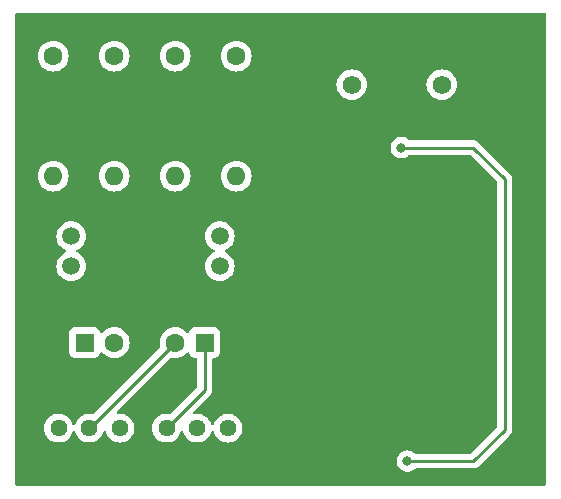
<source format=gbr>
%TF.GenerationSoftware,KiCad,Pcbnew,7.0.7*%
%TF.CreationDate,2023-10-13T15:54:55-04:00*%
%TF.ProjectId,project1,70726f6a-6563-4743-912e-6b696361645f,rev?*%
%TF.SameCoordinates,Original*%
%TF.FileFunction,Copper,L2,Bot*%
%TF.FilePolarity,Positive*%
%FSLAX46Y46*%
G04 Gerber Fmt 4.6, Leading zero omitted, Abs format (unit mm)*
G04 Created by KiCad (PCBNEW 7.0.7) date 2023-10-13 15:54:55*
%MOMM*%
%LPD*%
G01*
G04 APERTURE LIST*
%TA.AperFunction,ComponentPad*%
%ADD10C,1.600000*%
%TD*%
%TA.AperFunction,ComponentPad*%
%ADD11O,1.600000X1.600000*%
%TD*%
%TA.AperFunction,ComponentPad*%
%ADD12R,1.600000X1.600000*%
%TD*%
%TA.AperFunction,ComponentPad*%
%ADD13C,1.575000*%
%TD*%
%TA.AperFunction,ComponentPad*%
%ADD14C,1.440000*%
%TD*%
%TA.AperFunction,ComponentPad*%
%ADD15C,1.508000*%
%TD*%
%TA.AperFunction,ViaPad*%
%ADD16C,0.800000*%
%TD*%
%TA.AperFunction,Conductor*%
%ADD17C,0.250000*%
%TD*%
G04 APERTURE END LIST*
D10*
%TO.P,R4,1*%
%TO.N,Net-(S1-NO)*%
X103251000Y-103632000D03*
D11*
%TO.P,R4,2*%
%TO.N,Net-(D1-Pad2)*%
X103251000Y-113792000D03*
%TD*%
D12*
%TO.P,C2,1*%
%TO.N,Net-(Q2-C)*%
X116078000Y-127889000D03*
D10*
%TO.P,C2,2*%
%TO.N,Net-(Q1-B)*%
X113578000Y-127889000D03*
%TD*%
D12*
%TO.P,C1,1*%
%TO.N,Net-(Q1-C)*%
X105918000Y-127889000D03*
D10*
%TO.P,C1,2*%
%TO.N,Net-(Q2-B)*%
X108418000Y-127889000D03*
%TD*%
D13*
%TO.P,S1,1,COM*%
%TO.N,Net-(S1-COM)*%
X136145000Y-106045000D03*
%TO.P,S1,2,NO*%
%TO.N,Net-(S1-NO)*%
X128525000Y-106045000D03*
%TD*%
D14*
%TO.P,Q2,1,C*%
%TO.N,Net-(Q2-C)*%
X112843000Y-135125998D03*
%TO.P,Q2,2,B*%
%TO.N,Net-(Q2-B)*%
X115443000Y-135125998D03*
%TO.P,Q2,3,E*%
%TO.N,/Neg*%
X118043000Y-135125998D03*
%TD*%
D10*
%TO.P,R3,1*%
%TO.N,Net-(S1-NO)*%
X108415666Y-103632000D03*
D11*
%TO.P,R3,2*%
%TO.N,Net-(Q2-B)*%
X108415666Y-113792000D03*
%TD*%
D10*
%TO.P,R1,1*%
%TO.N,Net-(S1-NO)*%
X118745000Y-103632000D03*
D11*
%TO.P,R1,2*%
%TO.N,Net-(D2-Pad2)*%
X118745000Y-113792000D03*
%TD*%
D15*
%TO.P,D1,1*%
%TO.N,Net-(Q1-C)*%
X104775000Y-121412000D03*
%TO.P,D1,2*%
%TO.N,Net-(D1-Pad2)*%
X104775000Y-118872000D03*
%TD*%
D14*
%TO.P,Q1,1,C*%
%TO.N,Net-(Q1-C)*%
X103699000Y-135125998D03*
%TO.P,Q1,2,B*%
%TO.N,Net-(Q1-B)*%
X106299000Y-135125998D03*
%TO.P,Q1,3,E*%
%TO.N,/Neg*%
X108899000Y-135125998D03*
%TD*%
D10*
%TO.P,R2,1*%
%TO.N,Net-(S1-NO)*%
X113580332Y-103632000D03*
D11*
%TO.P,R2,2*%
%TO.N,Net-(Q1-B)*%
X113580332Y-113792000D03*
%TD*%
D15*
%TO.P,D2,1*%
%TO.N,Net-(Q2-C)*%
X117348000Y-121412000D03*
%TO.P,D2,2*%
%TO.N,Net-(D2-Pad2)*%
X117348000Y-118872000D03*
%TD*%
D16*
%TO.N,Net-(S1-COM)*%
X133223000Y-137922000D03*
X132715000Y-111379000D03*
%TD*%
D17*
%TO.N,Net-(Q2-C)*%
X113159002Y-135125998D02*
X112843000Y-135125998D01*
X116078000Y-127889000D02*
X116078000Y-131890998D01*
X116078000Y-131890998D02*
X112843000Y-135125998D01*
%TO.N,Net-(Q1-B)*%
X113578000Y-127889000D02*
X106341002Y-135125998D01*
X106341002Y-135125998D02*
X106299000Y-135125998D01*
%TO.N,Net-(S1-COM)*%
X132715000Y-111379000D02*
X138811000Y-111379000D01*
X141478000Y-135255000D02*
X138811000Y-137922000D01*
X141478000Y-114046000D02*
X141478000Y-135255000D01*
X138811000Y-111379000D02*
X141478000Y-114046000D01*
X138811000Y-137922000D02*
X133223000Y-137922000D01*
%TD*%
%TA.AperFunction,NonConductor*%
G36*
X144942539Y-100020185D02*
G01*
X144988294Y-100072989D01*
X144999500Y-100124500D01*
X144999500Y-139875500D01*
X144979815Y-139942539D01*
X144927011Y-139988294D01*
X144875500Y-139999500D01*
X100124500Y-139999500D01*
X100057461Y-139979815D01*
X100011706Y-139927011D01*
X100000500Y-139875500D01*
X100000500Y-135125999D01*
X102473838Y-135125999D01*
X102492450Y-135338739D01*
X102492452Y-135338750D01*
X102547721Y-135545020D01*
X102547722Y-135545022D01*
X102547724Y-135545028D01*
X102585287Y-135625582D01*
X102637977Y-135738576D01*
X102637978Y-135738578D01*
X102637979Y-135738579D01*
X102643161Y-135745980D01*
X102760472Y-135913519D01*
X102911478Y-136064525D01*
X102911481Y-136064527D01*
X103086419Y-136187019D01*
X103086421Y-136187020D01*
X103086420Y-136187020D01*
X103150936Y-136217104D01*
X103279970Y-136277274D01*
X103486253Y-136332547D01*
X103638215Y-136345842D01*
X103698998Y-136351160D01*
X103699000Y-136351160D01*
X103699002Y-136351160D01*
X103752186Y-136346506D01*
X103911747Y-136332547D01*
X104118030Y-136277274D01*
X104311581Y-136187019D01*
X104486519Y-136064527D01*
X104637529Y-135913517D01*
X104760021Y-135738579D01*
X104850276Y-135545028D01*
X104853454Y-135533170D01*
X104865800Y-135487092D01*
X104879225Y-135436986D01*
X104915588Y-135377328D01*
X104978434Y-135346798D01*
X105047810Y-135355092D01*
X105101689Y-135399577D01*
X105118774Y-135436987D01*
X105147722Y-135545022D01*
X105147724Y-135545028D01*
X105185287Y-135625582D01*
X105237977Y-135738576D01*
X105237978Y-135738578D01*
X105237979Y-135738579D01*
X105243161Y-135745980D01*
X105360472Y-135913519D01*
X105511478Y-136064525D01*
X105511481Y-136064527D01*
X105686419Y-136187019D01*
X105686421Y-136187020D01*
X105686420Y-136187020D01*
X105750936Y-136217104D01*
X105879970Y-136277274D01*
X106086253Y-136332547D01*
X106238215Y-136345842D01*
X106298998Y-136351160D01*
X106299000Y-136351160D01*
X106299002Y-136351160D01*
X106352186Y-136346506D01*
X106511747Y-136332547D01*
X106718030Y-136277274D01*
X106911581Y-136187019D01*
X107086519Y-136064527D01*
X107237529Y-135913517D01*
X107360021Y-135738579D01*
X107450276Y-135545028D01*
X107479225Y-135436987D01*
X107515590Y-135377327D01*
X107578436Y-135346798D01*
X107647812Y-135355092D01*
X107701690Y-135399578D01*
X107718775Y-135436988D01*
X107747721Y-135545020D01*
X107747722Y-135545022D01*
X107747724Y-135545028D01*
X107785287Y-135625582D01*
X107837977Y-135738576D01*
X107837978Y-135738578D01*
X107837979Y-135738579D01*
X107843161Y-135745980D01*
X107960472Y-135913519D01*
X108111478Y-136064525D01*
X108111481Y-136064527D01*
X108286419Y-136187019D01*
X108286421Y-136187020D01*
X108286420Y-136187020D01*
X108350936Y-136217104D01*
X108479970Y-136277274D01*
X108686253Y-136332547D01*
X108838215Y-136345842D01*
X108898998Y-136351160D01*
X108899000Y-136351160D01*
X108899002Y-136351160D01*
X108952186Y-136346506D01*
X109111747Y-136332547D01*
X109318030Y-136277274D01*
X109511581Y-136187019D01*
X109686519Y-136064527D01*
X109837529Y-135913517D01*
X109960021Y-135738579D01*
X110050276Y-135545028D01*
X110105549Y-135338745D01*
X110124162Y-135125998D01*
X110105549Y-134913251D01*
X110050276Y-134706968D01*
X109960021Y-134513417D01*
X109837529Y-134338479D01*
X109837527Y-134338476D01*
X109686521Y-134187470D01*
X109511578Y-134064975D01*
X109511579Y-134064975D01*
X109382547Y-134004806D01*
X109318030Y-133974722D01*
X109318026Y-133974721D01*
X109318022Y-133974719D01*
X109111752Y-133919450D01*
X109111748Y-133919449D01*
X109111747Y-133919449D01*
X109111746Y-133919448D01*
X109111741Y-133919448D01*
X108899002Y-133900836D01*
X108898998Y-133900836D01*
X108747166Y-133914119D01*
X108678666Y-133900352D01*
X108628483Y-133851737D01*
X108612550Y-133783708D01*
X108635926Y-133717865D01*
X108648672Y-133702916D01*
X113163178Y-129188410D01*
X113224499Y-129154927D01*
X113282946Y-129156317D01*
X113351308Y-129174635D01*
X113508780Y-129188412D01*
X113577998Y-129194468D01*
X113578000Y-129194468D01*
X113578002Y-129194468D01*
X113647220Y-129188412D01*
X113804692Y-129174635D01*
X114024496Y-129115739D01*
X114230734Y-129019568D01*
X114417139Y-128889047D01*
X114574274Y-128731911D01*
X114635596Y-128698428D01*
X114705287Y-128703412D01*
X114761221Y-128745283D01*
X114782629Y-128791070D01*
X114783908Y-128796480D01*
X114834202Y-128931328D01*
X114834206Y-128931335D01*
X114920452Y-129046544D01*
X114920455Y-129046547D01*
X115035664Y-129132793D01*
X115035671Y-129132797D01*
X115080618Y-129149561D01*
X115170517Y-129183091D01*
X115230127Y-129189500D01*
X115328500Y-129189499D01*
X115395538Y-129209183D01*
X115441294Y-129261986D01*
X115452500Y-129313499D01*
X115452500Y-131580544D01*
X115432815Y-131647583D01*
X115416181Y-131668225D01*
X113192501Y-133891904D01*
X113131178Y-133925389D01*
X113072732Y-133923999D01*
X113055757Y-133919451D01*
X113055748Y-133919449D01*
X113055747Y-133919449D01*
X113055745Y-133919448D01*
X113055741Y-133919448D01*
X112843001Y-133900836D01*
X112842998Y-133900836D01*
X112630258Y-133919448D01*
X112630247Y-133919450D01*
X112423977Y-133974719D01*
X112423968Y-133974723D01*
X112230421Y-134064975D01*
X112055478Y-134187470D01*
X111904472Y-134338476D01*
X111781977Y-134513419D01*
X111691725Y-134706966D01*
X111691721Y-134706975D01*
X111636452Y-134913245D01*
X111636450Y-134913256D01*
X111617838Y-135125996D01*
X111617838Y-135125999D01*
X111636450Y-135338739D01*
X111636452Y-135338750D01*
X111691721Y-135545020D01*
X111691722Y-135545022D01*
X111691724Y-135545028D01*
X111729287Y-135625582D01*
X111781977Y-135738576D01*
X111781978Y-135738578D01*
X111781979Y-135738579D01*
X111787161Y-135745980D01*
X111904472Y-135913519D01*
X112055478Y-136064525D01*
X112055481Y-136064527D01*
X112230419Y-136187019D01*
X112230421Y-136187020D01*
X112230420Y-136187020D01*
X112294936Y-136217104D01*
X112423970Y-136277274D01*
X112630253Y-136332547D01*
X112782215Y-136345842D01*
X112842998Y-136351160D01*
X112843000Y-136351160D01*
X112843002Y-136351160D01*
X112896186Y-136346506D01*
X113055747Y-136332547D01*
X113262030Y-136277274D01*
X113455581Y-136187019D01*
X113630519Y-136064527D01*
X113781529Y-135913517D01*
X113904021Y-135738579D01*
X113994276Y-135545028D01*
X114023225Y-135436987D01*
X114059590Y-135377327D01*
X114122436Y-135346798D01*
X114191812Y-135355092D01*
X114245690Y-135399578D01*
X114262775Y-135436988D01*
X114291721Y-135545020D01*
X114291722Y-135545022D01*
X114291724Y-135545028D01*
X114329287Y-135625582D01*
X114381977Y-135738576D01*
X114381978Y-135738578D01*
X114381979Y-135738579D01*
X114387161Y-135745980D01*
X114504472Y-135913519D01*
X114655478Y-136064525D01*
X114655481Y-136064527D01*
X114830419Y-136187019D01*
X114830421Y-136187020D01*
X114830420Y-136187020D01*
X114894936Y-136217104D01*
X115023970Y-136277274D01*
X115230253Y-136332547D01*
X115382215Y-136345842D01*
X115442998Y-136351160D01*
X115443000Y-136351160D01*
X115443002Y-136351160D01*
X115496186Y-136346506D01*
X115655747Y-136332547D01*
X115862030Y-136277274D01*
X116055581Y-136187019D01*
X116230519Y-136064527D01*
X116381529Y-135913517D01*
X116504021Y-135738579D01*
X116594276Y-135545028D01*
X116597454Y-135533170D01*
X116609800Y-135487092D01*
X116623225Y-135436986D01*
X116659588Y-135377328D01*
X116722434Y-135346798D01*
X116791810Y-135355092D01*
X116845689Y-135399577D01*
X116862774Y-135436987D01*
X116891722Y-135545022D01*
X116891724Y-135545028D01*
X116929287Y-135625582D01*
X116981977Y-135738576D01*
X116981978Y-135738578D01*
X116981979Y-135738579D01*
X116987161Y-135745980D01*
X117104472Y-135913519D01*
X117255478Y-136064525D01*
X117255481Y-136064527D01*
X117430419Y-136187019D01*
X117430421Y-136187020D01*
X117430420Y-136187020D01*
X117494936Y-136217104D01*
X117623970Y-136277274D01*
X117830253Y-136332547D01*
X117982215Y-136345842D01*
X118042998Y-136351160D01*
X118043000Y-136351160D01*
X118043002Y-136351160D01*
X118096186Y-136346506D01*
X118255747Y-136332547D01*
X118462030Y-136277274D01*
X118655581Y-136187019D01*
X118830519Y-136064527D01*
X118981529Y-135913517D01*
X119104021Y-135738579D01*
X119194276Y-135545028D01*
X119249549Y-135338745D01*
X119268162Y-135125998D01*
X119249549Y-134913251D01*
X119194276Y-134706968D01*
X119104021Y-134513417D01*
X118981529Y-134338479D01*
X118981527Y-134338476D01*
X118830521Y-134187470D01*
X118655578Y-134064975D01*
X118655579Y-134064975D01*
X118526547Y-134004806D01*
X118462030Y-133974722D01*
X118462026Y-133974721D01*
X118462022Y-133974719D01*
X118255752Y-133919450D01*
X118255748Y-133919449D01*
X118255747Y-133919449D01*
X118255746Y-133919448D01*
X118255741Y-133919448D01*
X118043002Y-133900836D01*
X118042998Y-133900836D01*
X117830258Y-133919448D01*
X117830247Y-133919450D01*
X117623977Y-133974719D01*
X117623968Y-133974723D01*
X117430421Y-134064975D01*
X117255478Y-134187470D01*
X117104472Y-134338476D01*
X116981977Y-134513419D01*
X116891725Y-134706966D01*
X116891721Y-134706975D01*
X116862775Y-134815007D01*
X116826410Y-134874668D01*
X116763563Y-134905197D01*
X116694188Y-134896902D01*
X116640310Y-134852417D01*
X116623225Y-134815007D01*
X116594278Y-134706975D01*
X116594277Y-134706974D01*
X116594276Y-134706968D01*
X116504021Y-134513417D01*
X116381529Y-134338479D01*
X116381527Y-134338476D01*
X116230521Y-134187470D01*
X116055578Y-134064975D01*
X116055579Y-134064975D01*
X115926547Y-134004806D01*
X115862030Y-133974722D01*
X115862026Y-133974721D01*
X115862022Y-133974719D01*
X115655752Y-133919450D01*
X115655748Y-133919449D01*
X115655747Y-133919449D01*
X115655746Y-133919448D01*
X115655741Y-133919448D01*
X115443002Y-133900836D01*
X115442998Y-133900836D01*
X115245138Y-133918146D01*
X115176638Y-133904379D01*
X115126455Y-133855764D01*
X115110522Y-133787735D01*
X115133898Y-133721892D01*
X115146644Y-133706943D01*
X116461788Y-132391799D01*
X116474042Y-132381984D01*
X116473859Y-132381762D01*
X116479866Y-132376790D01*
X116479877Y-132376784D01*
X116510775Y-132343880D01*
X116527227Y-132326362D01*
X116537671Y-132315916D01*
X116548120Y-132305469D01*
X116552379Y-132299976D01*
X116556152Y-132295559D01*
X116588062Y-132261580D01*
X116597715Y-132244018D01*
X116608389Y-132227768D01*
X116620673Y-132211934D01*
X116639180Y-132169165D01*
X116641749Y-132163922D01*
X116664196Y-132123091D01*
X116664197Y-132123090D01*
X116669177Y-132103689D01*
X116675478Y-132085286D01*
X116683438Y-132066894D01*
X116690730Y-132020847D01*
X116691911Y-132015150D01*
X116703500Y-131970017D01*
X116703500Y-131949980D01*
X116705027Y-131930580D01*
X116708160Y-131910802D01*
X116703775Y-131864413D01*
X116703500Y-131858575D01*
X116703500Y-129313499D01*
X116723185Y-129246460D01*
X116775989Y-129200705D01*
X116827500Y-129189499D01*
X116925871Y-129189499D01*
X116925872Y-129189499D01*
X116985483Y-129183091D01*
X117120331Y-129132796D01*
X117235546Y-129046546D01*
X117321796Y-128931331D01*
X117372091Y-128796483D01*
X117378500Y-128736873D01*
X117378499Y-127041128D01*
X117372091Y-126981517D01*
X117337567Y-126888954D01*
X117321797Y-126846671D01*
X117321793Y-126846664D01*
X117235547Y-126731455D01*
X117235544Y-126731452D01*
X117120335Y-126645206D01*
X117120328Y-126645202D01*
X116985482Y-126594908D01*
X116985483Y-126594908D01*
X116925883Y-126588501D01*
X116925881Y-126588500D01*
X116925873Y-126588500D01*
X116925864Y-126588500D01*
X115230129Y-126588500D01*
X115230123Y-126588501D01*
X115170516Y-126594908D01*
X115035671Y-126645202D01*
X115035664Y-126645206D01*
X114920455Y-126731452D01*
X114920452Y-126731455D01*
X114834206Y-126846664D01*
X114834202Y-126846671D01*
X114783909Y-126981513D01*
X114782632Y-126986922D01*
X114748058Y-127047638D01*
X114686147Y-127080023D01*
X114616556Y-127073796D01*
X114574274Y-127046087D01*
X114417141Y-126888954D01*
X114230734Y-126758432D01*
X114230732Y-126758431D01*
X114024497Y-126662261D01*
X114024488Y-126662258D01*
X113804697Y-126603366D01*
X113804693Y-126603365D01*
X113804692Y-126603365D01*
X113804691Y-126603364D01*
X113804686Y-126603364D01*
X113578002Y-126583532D01*
X113577998Y-126583532D01*
X113351313Y-126603364D01*
X113351302Y-126603366D01*
X113131511Y-126662258D01*
X113131502Y-126662261D01*
X112925267Y-126758431D01*
X112925265Y-126758432D01*
X112738858Y-126888954D01*
X112577954Y-127049858D01*
X112447432Y-127236265D01*
X112447431Y-127236267D01*
X112351261Y-127442502D01*
X112351258Y-127442511D01*
X112292366Y-127662302D01*
X112292364Y-127662313D01*
X112272532Y-127888998D01*
X112272532Y-127889000D01*
X112292364Y-128115686D01*
X112292365Y-128115691D01*
X112292366Y-128115697D01*
X112310680Y-128184048D01*
X112309017Y-128253897D01*
X112278586Y-128303821D01*
X106681627Y-133900780D01*
X106620304Y-133934265D01*
X106561855Y-133932874D01*
X106511758Y-133919451D01*
X106511741Y-133919448D01*
X106299001Y-133900836D01*
X106298998Y-133900836D01*
X106086258Y-133919448D01*
X106086247Y-133919450D01*
X105879977Y-133974719D01*
X105879968Y-133974723D01*
X105686421Y-134064975D01*
X105511478Y-134187470D01*
X105360472Y-134338476D01*
X105237977Y-134513419D01*
X105147725Y-134706966D01*
X105147721Y-134706975D01*
X105118775Y-134815007D01*
X105082410Y-134874668D01*
X105019563Y-134905197D01*
X104950188Y-134896902D01*
X104896310Y-134852417D01*
X104879225Y-134815007D01*
X104850278Y-134706975D01*
X104850277Y-134706974D01*
X104850276Y-134706968D01*
X104760021Y-134513417D01*
X104637529Y-134338479D01*
X104637527Y-134338476D01*
X104486521Y-134187470D01*
X104311578Y-134064975D01*
X104311579Y-134064975D01*
X104182547Y-134004806D01*
X104118030Y-133974722D01*
X104118026Y-133974721D01*
X104118022Y-133974719D01*
X103911752Y-133919450D01*
X103911748Y-133919449D01*
X103911747Y-133919449D01*
X103911746Y-133919448D01*
X103911741Y-133919448D01*
X103699002Y-133900836D01*
X103698998Y-133900836D01*
X103486258Y-133919448D01*
X103486247Y-133919450D01*
X103279977Y-133974719D01*
X103279968Y-133974723D01*
X103086421Y-134064975D01*
X102911478Y-134187470D01*
X102760472Y-134338476D01*
X102637977Y-134513419D01*
X102547725Y-134706966D01*
X102547721Y-134706975D01*
X102492452Y-134913245D01*
X102492450Y-134913256D01*
X102473838Y-135125996D01*
X102473838Y-135125999D01*
X100000500Y-135125999D01*
X100000500Y-128736870D01*
X104617500Y-128736870D01*
X104617501Y-128736876D01*
X104623908Y-128796483D01*
X104674202Y-128931328D01*
X104674206Y-128931335D01*
X104760452Y-129046544D01*
X104760455Y-129046547D01*
X104875664Y-129132793D01*
X104875671Y-129132797D01*
X105010517Y-129183091D01*
X105010516Y-129183091D01*
X105017444Y-129183835D01*
X105070127Y-129189500D01*
X106765872Y-129189499D01*
X106825483Y-129183091D01*
X106960331Y-129132796D01*
X107075546Y-129046546D01*
X107161796Y-128931331D01*
X107212091Y-128796483D01*
X107212092Y-128796472D01*
X107213365Y-128791088D01*
X107247933Y-128730369D01*
X107309841Y-128697978D01*
X107379433Y-128704199D01*
X107421725Y-128731912D01*
X107578858Y-128889045D01*
X107578861Y-128889047D01*
X107765266Y-129019568D01*
X107971504Y-129115739D01*
X108191308Y-129174635D01*
X108348780Y-129188412D01*
X108417998Y-129194468D01*
X108418000Y-129194468D01*
X108418002Y-129194468D01*
X108487220Y-129188412D01*
X108644692Y-129174635D01*
X108864496Y-129115739D01*
X109070734Y-129019568D01*
X109257139Y-128889047D01*
X109418047Y-128728139D01*
X109548568Y-128541734D01*
X109644739Y-128335496D01*
X109703635Y-128115692D01*
X109723468Y-127889000D01*
X109703635Y-127662308D01*
X109644739Y-127442504D01*
X109548568Y-127236266D01*
X109450839Y-127096693D01*
X109418045Y-127049858D01*
X109257141Y-126888954D01*
X109070734Y-126758432D01*
X109070732Y-126758431D01*
X108864497Y-126662261D01*
X108864488Y-126662258D01*
X108644697Y-126603366D01*
X108644693Y-126603365D01*
X108644692Y-126603365D01*
X108644691Y-126603364D01*
X108644686Y-126603364D01*
X108418002Y-126583532D01*
X108417998Y-126583532D01*
X108191313Y-126603364D01*
X108191302Y-126603366D01*
X107971511Y-126662258D01*
X107971502Y-126662261D01*
X107765267Y-126758431D01*
X107765265Y-126758432D01*
X107578862Y-126888951D01*
X107421726Y-127046087D01*
X107360403Y-127079571D01*
X107290711Y-127074587D01*
X107234778Y-127032715D01*
X107213369Y-126986923D01*
X107212091Y-126981518D01*
X107212090Y-126981516D01*
X107161796Y-126846669D01*
X107161795Y-126846668D01*
X107161793Y-126846664D01*
X107075547Y-126731455D01*
X107075544Y-126731452D01*
X106960335Y-126645206D01*
X106960328Y-126645202D01*
X106825482Y-126594908D01*
X106825483Y-126594908D01*
X106765883Y-126588501D01*
X106765881Y-126588500D01*
X106765873Y-126588500D01*
X106765864Y-126588500D01*
X105070129Y-126588500D01*
X105070123Y-126588501D01*
X105010516Y-126594908D01*
X104875671Y-126645202D01*
X104875664Y-126645206D01*
X104760455Y-126731452D01*
X104760452Y-126731455D01*
X104674206Y-126846664D01*
X104674202Y-126846671D01*
X104623908Y-126981517D01*
X104618404Y-127032715D01*
X104617501Y-127041123D01*
X104617500Y-127041135D01*
X104617500Y-128736870D01*
X100000500Y-128736870D01*
X100000500Y-121412000D01*
X103515708Y-121412000D01*
X103534839Y-121630674D01*
X103591653Y-121842703D01*
X103591654Y-121842706D01*
X103591655Y-121842708D01*
X103684419Y-122041642D01*
X103684423Y-122041650D01*
X103810322Y-122221452D01*
X103810327Y-122221458D01*
X103965541Y-122376672D01*
X103965547Y-122376677D01*
X104145349Y-122502576D01*
X104145351Y-122502577D01*
X104145354Y-122502579D01*
X104344297Y-122595347D01*
X104556326Y-122652161D01*
X104712521Y-122665825D01*
X104774998Y-122671292D01*
X104775000Y-122671292D01*
X104775002Y-122671292D01*
X104829668Y-122666509D01*
X104993674Y-122652161D01*
X105205703Y-122595347D01*
X105404646Y-122502579D01*
X105584457Y-122376674D01*
X105739674Y-122221457D01*
X105865579Y-122041646D01*
X105958347Y-121842703D01*
X106015161Y-121630674D01*
X106034292Y-121412000D01*
X116088708Y-121412000D01*
X116107839Y-121630674D01*
X116164653Y-121842703D01*
X116164654Y-121842706D01*
X116164655Y-121842708D01*
X116257419Y-122041642D01*
X116257423Y-122041650D01*
X116383322Y-122221452D01*
X116383327Y-122221458D01*
X116538541Y-122376672D01*
X116538547Y-122376677D01*
X116718349Y-122502576D01*
X116718351Y-122502577D01*
X116718354Y-122502579D01*
X116917297Y-122595347D01*
X117129326Y-122652161D01*
X117285521Y-122665825D01*
X117347998Y-122671292D01*
X117348000Y-122671292D01*
X117348002Y-122671292D01*
X117402668Y-122666509D01*
X117566674Y-122652161D01*
X117778703Y-122595347D01*
X117977646Y-122502579D01*
X118157457Y-122376674D01*
X118312674Y-122221457D01*
X118438579Y-122041646D01*
X118531347Y-121842703D01*
X118588161Y-121630674D01*
X118607292Y-121412000D01*
X118588161Y-121193326D01*
X118531347Y-120981297D01*
X118438579Y-120782354D01*
X118438577Y-120782351D01*
X118438576Y-120782349D01*
X118312677Y-120602547D01*
X118312672Y-120602541D01*
X118157458Y-120447327D01*
X118157452Y-120447322D01*
X117977650Y-120321423D01*
X117977642Y-120321419D01*
X117833879Y-120254382D01*
X117781439Y-120208210D01*
X117762287Y-120141017D01*
X117782502Y-120074136D01*
X117833879Y-120029618D01*
X117977646Y-119962579D01*
X118157457Y-119836674D01*
X118312674Y-119681457D01*
X118438579Y-119501646D01*
X118531347Y-119302703D01*
X118588161Y-119090674D01*
X118607292Y-118872000D01*
X118588161Y-118653326D01*
X118531347Y-118441297D01*
X118438579Y-118242354D01*
X118438577Y-118242351D01*
X118438576Y-118242349D01*
X118312677Y-118062547D01*
X118312672Y-118062541D01*
X118157458Y-117907327D01*
X118157452Y-117907322D01*
X117977650Y-117781423D01*
X117977642Y-117781419D01*
X117778708Y-117688655D01*
X117778706Y-117688654D01*
X117778703Y-117688653D01*
X117627885Y-117648240D01*
X117566675Y-117631839D01*
X117566668Y-117631838D01*
X117348002Y-117612708D01*
X117347998Y-117612708D01*
X117129331Y-117631838D01*
X117129324Y-117631839D01*
X117006902Y-117664642D01*
X116917297Y-117688653D01*
X116917295Y-117688653D01*
X116917291Y-117688655D01*
X116718357Y-117781419D01*
X116718349Y-117781423D01*
X116538547Y-117907322D01*
X116538541Y-117907327D01*
X116383327Y-118062541D01*
X116383322Y-118062547D01*
X116257423Y-118242349D01*
X116257419Y-118242357D01*
X116164655Y-118441291D01*
X116107839Y-118653324D01*
X116107838Y-118653331D01*
X116088708Y-118871997D01*
X116088708Y-118872000D01*
X116107839Y-119090674D01*
X116164653Y-119302703D01*
X116164654Y-119302706D01*
X116164655Y-119302708D01*
X116257419Y-119501642D01*
X116257423Y-119501650D01*
X116383322Y-119681452D01*
X116383327Y-119681458D01*
X116538541Y-119836672D01*
X116538547Y-119836677D01*
X116718349Y-119962576D01*
X116718351Y-119962577D01*
X116718354Y-119962579D01*
X116802963Y-120002032D01*
X116862120Y-120029618D01*
X116914560Y-120075790D01*
X116933712Y-120142983D01*
X116913496Y-120209865D01*
X116862120Y-120254382D01*
X116718357Y-120321419D01*
X116718349Y-120321423D01*
X116538547Y-120447322D01*
X116538541Y-120447327D01*
X116383327Y-120602541D01*
X116383322Y-120602547D01*
X116257423Y-120782349D01*
X116257419Y-120782357D01*
X116164655Y-120981291D01*
X116107839Y-121193324D01*
X116107838Y-121193331D01*
X116088708Y-121411997D01*
X116088708Y-121412000D01*
X106034292Y-121412000D01*
X106015161Y-121193326D01*
X105958347Y-120981297D01*
X105865579Y-120782354D01*
X105865577Y-120782351D01*
X105865576Y-120782349D01*
X105739677Y-120602547D01*
X105739672Y-120602541D01*
X105584458Y-120447327D01*
X105584452Y-120447322D01*
X105404650Y-120321423D01*
X105404642Y-120321419D01*
X105260879Y-120254382D01*
X105208439Y-120208210D01*
X105189287Y-120141017D01*
X105209502Y-120074136D01*
X105260879Y-120029618D01*
X105404646Y-119962579D01*
X105584457Y-119836674D01*
X105739674Y-119681457D01*
X105865579Y-119501646D01*
X105958347Y-119302703D01*
X106015161Y-119090674D01*
X106034292Y-118872000D01*
X106015161Y-118653326D01*
X105958347Y-118441297D01*
X105865579Y-118242354D01*
X105865577Y-118242351D01*
X105865576Y-118242349D01*
X105739677Y-118062547D01*
X105739672Y-118062541D01*
X105584458Y-117907327D01*
X105584452Y-117907322D01*
X105404650Y-117781423D01*
X105404642Y-117781419D01*
X105205708Y-117688655D01*
X105205706Y-117688654D01*
X105205703Y-117688653D01*
X105054885Y-117648240D01*
X104993675Y-117631839D01*
X104993668Y-117631838D01*
X104775002Y-117612708D01*
X104774998Y-117612708D01*
X104556331Y-117631838D01*
X104556324Y-117631839D01*
X104433902Y-117664642D01*
X104344297Y-117688653D01*
X104344295Y-117688653D01*
X104344291Y-117688655D01*
X104145357Y-117781419D01*
X104145349Y-117781423D01*
X103965547Y-117907322D01*
X103965541Y-117907327D01*
X103810327Y-118062541D01*
X103810322Y-118062547D01*
X103684423Y-118242349D01*
X103684419Y-118242357D01*
X103591655Y-118441291D01*
X103534839Y-118653324D01*
X103534838Y-118653331D01*
X103515708Y-118871997D01*
X103515708Y-118872000D01*
X103534839Y-119090674D01*
X103591653Y-119302703D01*
X103591654Y-119302706D01*
X103591655Y-119302708D01*
X103684419Y-119501642D01*
X103684423Y-119501650D01*
X103810322Y-119681452D01*
X103810327Y-119681458D01*
X103965541Y-119836672D01*
X103965547Y-119836677D01*
X104145349Y-119962576D01*
X104145351Y-119962577D01*
X104145354Y-119962579D01*
X104229963Y-120002032D01*
X104289120Y-120029618D01*
X104341560Y-120075790D01*
X104360712Y-120142983D01*
X104340496Y-120209865D01*
X104289120Y-120254382D01*
X104145357Y-120321419D01*
X104145349Y-120321423D01*
X103965547Y-120447322D01*
X103965541Y-120447327D01*
X103810327Y-120602541D01*
X103810322Y-120602547D01*
X103684423Y-120782349D01*
X103684419Y-120782357D01*
X103591655Y-120981291D01*
X103534839Y-121193324D01*
X103534838Y-121193331D01*
X103515708Y-121411997D01*
X103515708Y-121412000D01*
X100000500Y-121412000D01*
X100000500Y-113792001D01*
X101945532Y-113792001D01*
X101965364Y-114018686D01*
X101965366Y-114018697D01*
X102024258Y-114238488D01*
X102024261Y-114238497D01*
X102120431Y-114444732D01*
X102120432Y-114444734D01*
X102250954Y-114631141D01*
X102411858Y-114792045D01*
X102411861Y-114792047D01*
X102598266Y-114922568D01*
X102804504Y-115018739D01*
X103024308Y-115077635D01*
X103186230Y-115091801D01*
X103250998Y-115097468D01*
X103251000Y-115097468D01*
X103251002Y-115097468D01*
X103307672Y-115092509D01*
X103477692Y-115077635D01*
X103697496Y-115018739D01*
X103903734Y-114922568D01*
X104090139Y-114792047D01*
X104251047Y-114631139D01*
X104381568Y-114444734D01*
X104477739Y-114238496D01*
X104536635Y-114018692D01*
X104556468Y-113792001D01*
X107110198Y-113792001D01*
X107130030Y-114018686D01*
X107130032Y-114018697D01*
X107188924Y-114238488D01*
X107188927Y-114238497D01*
X107285097Y-114444732D01*
X107285098Y-114444734D01*
X107415620Y-114631141D01*
X107576524Y-114792045D01*
X107576527Y-114792047D01*
X107762932Y-114922568D01*
X107969170Y-115018739D01*
X108188974Y-115077635D01*
X108350896Y-115091801D01*
X108415664Y-115097468D01*
X108415666Y-115097468D01*
X108415668Y-115097468D01*
X108472339Y-115092509D01*
X108642358Y-115077635D01*
X108862162Y-115018739D01*
X109068400Y-114922568D01*
X109254805Y-114792047D01*
X109415713Y-114631139D01*
X109546234Y-114444734D01*
X109642405Y-114238496D01*
X109701301Y-114018692D01*
X109721134Y-113792001D01*
X112274864Y-113792001D01*
X112294696Y-114018686D01*
X112294698Y-114018697D01*
X112353590Y-114238488D01*
X112353593Y-114238497D01*
X112449763Y-114444732D01*
X112449764Y-114444734D01*
X112580286Y-114631141D01*
X112741190Y-114792045D01*
X112741193Y-114792047D01*
X112927598Y-114922568D01*
X113133836Y-115018739D01*
X113353640Y-115077635D01*
X113515562Y-115091801D01*
X113580330Y-115097468D01*
X113580332Y-115097468D01*
X113580334Y-115097468D01*
X113637004Y-115092509D01*
X113807024Y-115077635D01*
X114026828Y-115018739D01*
X114233066Y-114922568D01*
X114419471Y-114792047D01*
X114580379Y-114631139D01*
X114710900Y-114444734D01*
X114807071Y-114238496D01*
X114865967Y-114018692D01*
X114885800Y-113792001D01*
X117439532Y-113792001D01*
X117459364Y-114018686D01*
X117459366Y-114018697D01*
X117518258Y-114238488D01*
X117518261Y-114238497D01*
X117614431Y-114444732D01*
X117614432Y-114444734D01*
X117744954Y-114631141D01*
X117905858Y-114792045D01*
X117905861Y-114792047D01*
X118092266Y-114922568D01*
X118298504Y-115018739D01*
X118518308Y-115077635D01*
X118680230Y-115091801D01*
X118744998Y-115097468D01*
X118745000Y-115097468D01*
X118745002Y-115097468D01*
X118801672Y-115092509D01*
X118971692Y-115077635D01*
X119191496Y-115018739D01*
X119397734Y-114922568D01*
X119584139Y-114792047D01*
X119745047Y-114631139D01*
X119875568Y-114444734D01*
X119971739Y-114238496D01*
X120030635Y-114018692D01*
X120050468Y-113792000D01*
X120030635Y-113565308D01*
X119971739Y-113345504D01*
X119875568Y-113139266D01*
X119745047Y-112952861D01*
X119745045Y-112952858D01*
X119584141Y-112791954D01*
X119397734Y-112661432D01*
X119397732Y-112661431D01*
X119191497Y-112565261D01*
X119191488Y-112565258D01*
X118971697Y-112506366D01*
X118971693Y-112506365D01*
X118971692Y-112506365D01*
X118971691Y-112506364D01*
X118971686Y-112506364D01*
X118745002Y-112486532D01*
X118744998Y-112486532D01*
X118518313Y-112506364D01*
X118518302Y-112506366D01*
X118298511Y-112565258D01*
X118298502Y-112565261D01*
X118092267Y-112661431D01*
X118092265Y-112661432D01*
X117905858Y-112791954D01*
X117744954Y-112952858D01*
X117614432Y-113139265D01*
X117614431Y-113139267D01*
X117518261Y-113345502D01*
X117518258Y-113345511D01*
X117459366Y-113565302D01*
X117459364Y-113565313D01*
X117439532Y-113791998D01*
X117439532Y-113792001D01*
X114885800Y-113792001D01*
X114885800Y-113792000D01*
X114865967Y-113565308D01*
X114807071Y-113345504D01*
X114710900Y-113139266D01*
X114580379Y-112952861D01*
X114580377Y-112952858D01*
X114419473Y-112791954D01*
X114233066Y-112661432D01*
X114233064Y-112661431D01*
X114026829Y-112565261D01*
X114026820Y-112565258D01*
X113807029Y-112506366D01*
X113807025Y-112506365D01*
X113807024Y-112506365D01*
X113807023Y-112506364D01*
X113807018Y-112506364D01*
X113580334Y-112486532D01*
X113580330Y-112486532D01*
X113353645Y-112506364D01*
X113353634Y-112506366D01*
X113133843Y-112565258D01*
X113133834Y-112565261D01*
X112927599Y-112661431D01*
X112927597Y-112661432D01*
X112741190Y-112791954D01*
X112580286Y-112952858D01*
X112449764Y-113139265D01*
X112449763Y-113139267D01*
X112353593Y-113345502D01*
X112353590Y-113345511D01*
X112294698Y-113565302D01*
X112294696Y-113565313D01*
X112274864Y-113791998D01*
X112274864Y-113792001D01*
X109721134Y-113792001D01*
X109721134Y-113792000D01*
X109701301Y-113565308D01*
X109642405Y-113345504D01*
X109546234Y-113139266D01*
X109415713Y-112952861D01*
X109415711Y-112952858D01*
X109254807Y-112791954D01*
X109068400Y-112661432D01*
X109068398Y-112661431D01*
X108862163Y-112565261D01*
X108862154Y-112565258D01*
X108642363Y-112506366D01*
X108642359Y-112506365D01*
X108642358Y-112506365D01*
X108642357Y-112506364D01*
X108642352Y-112506364D01*
X108415668Y-112486532D01*
X108415664Y-112486532D01*
X108188979Y-112506364D01*
X108188968Y-112506366D01*
X107969177Y-112565258D01*
X107969168Y-112565261D01*
X107762933Y-112661431D01*
X107762931Y-112661432D01*
X107576524Y-112791954D01*
X107415620Y-112952858D01*
X107285098Y-113139265D01*
X107285097Y-113139267D01*
X107188927Y-113345502D01*
X107188924Y-113345511D01*
X107130032Y-113565302D01*
X107130030Y-113565313D01*
X107110198Y-113791998D01*
X107110198Y-113792001D01*
X104556468Y-113792001D01*
X104556468Y-113792000D01*
X104536635Y-113565308D01*
X104477739Y-113345504D01*
X104381568Y-113139266D01*
X104251047Y-112952861D01*
X104251045Y-112952858D01*
X104090141Y-112791954D01*
X103903734Y-112661432D01*
X103903732Y-112661431D01*
X103697497Y-112565261D01*
X103697488Y-112565258D01*
X103477697Y-112506366D01*
X103477693Y-112506365D01*
X103477692Y-112506365D01*
X103477691Y-112506364D01*
X103477686Y-112506364D01*
X103251002Y-112486532D01*
X103250998Y-112486532D01*
X103024313Y-112506364D01*
X103024302Y-112506366D01*
X102804511Y-112565258D01*
X102804502Y-112565261D01*
X102598267Y-112661431D01*
X102598265Y-112661432D01*
X102411858Y-112791954D01*
X102250954Y-112952858D01*
X102120432Y-113139265D01*
X102120431Y-113139267D01*
X102024261Y-113345502D01*
X102024258Y-113345511D01*
X101965366Y-113565302D01*
X101965364Y-113565313D01*
X101945532Y-113791998D01*
X101945532Y-113792001D01*
X100000500Y-113792001D01*
X100000500Y-111379000D01*
X131809540Y-111379000D01*
X131829326Y-111567256D01*
X131829327Y-111567259D01*
X131887818Y-111747277D01*
X131887821Y-111747284D01*
X131982467Y-111911216D01*
X132084185Y-112024185D01*
X132109129Y-112051888D01*
X132262265Y-112163148D01*
X132262270Y-112163151D01*
X132435192Y-112240142D01*
X132435197Y-112240144D01*
X132620354Y-112279500D01*
X132620355Y-112279500D01*
X132809644Y-112279500D01*
X132809646Y-112279500D01*
X132994803Y-112240144D01*
X133167730Y-112163151D01*
X133320871Y-112051888D01*
X133323788Y-112048647D01*
X133326600Y-112045526D01*
X133386087Y-112008879D01*
X133418748Y-112004500D01*
X138500548Y-112004500D01*
X138567587Y-112024185D01*
X138588229Y-112040819D01*
X140816181Y-114268770D01*
X140849666Y-114330093D01*
X140852500Y-114356451D01*
X140852500Y-134944547D01*
X140832815Y-135011586D01*
X140816181Y-135032228D01*
X138588228Y-137260181D01*
X138526905Y-137293666D01*
X138500547Y-137296500D01*
X133926748Y-137296500D01*
X133859709Y-137276815D01*
X133834600Y-137255474D01*
X133828873Y-137249114D01*
X133828869Y-137249110D01*
X133675734Y-137137851D01*
X133675729Y-137137848D01*
X133502807Y-137060857D01*
X133502802Y-137060855D01*
X133357000Y-137029865D01*
X133317646Y-137021500D01*
X133128354Y-137021500D01*
X133095897Y-137028398D01*
X132943197Y-137060855D01*
X132943192Y-137060857D01*
X132770270Y-137137848D01*
X132770265Y-137137851D01*
X132617129Y-137249111D01*
X132490466Y-137389785D01*
X132395821Y-137553715D01*
X132395818Y-137553722D01*
X132337327Y-137733740D01*
X132337326Y-137733744D01*
X132317540Y-137922000D01*
X132337326Y-138110256D01*
X132337327Y-138110259D01*
X132395818Y-138290277D01*
X132395821Y-138290284D01*
X132490467Y-138454216D01*
X132611401Y-138588526D01*
X132617129Y-138594888D01*
X132770265Y-138706148D01*
X132770270Y-138706151D01*
X132943192Y-138783142D01*
X132943197Y-138783144D01*
X133128354Y-138822500D01*
X133128355Y-138822500D01*
X133317644Y-138822500D01*
X133317646Y-138822500D01*
X133502803Y-138783144D01*
X133675730Y-138706151D01*
X133828871Y-138594888D01*
X133831788Y-138591647D01*
X133834600Y-138588526D01*
X133894087Y-138551879D01*
X133926748Y-138547500D01*
X138728257Y-138547500D01*
X138743877Y-138549224D01*
X138743904Y-138548939D01*
X138751660Y-138549671D01*
X138751667Y-138549673D01*
X138820814Y-138547500D01*
X138850350Y-138547500D01*
X138857228Y-138546630D01*
X138863041Y-138546172D01*
X138909627Y-138544709D01*
X138928869Y-138539117D01*
X138947912Y-138535174D01*
X138967792Y-138532664D01*
X139011122Y-138515507D01*
X139016646Y-138513617D01*
X139020396Y-138512527D01*
X139061390Y-138500618D01*
X139078629Y-138490422D01*
X139096103Y-138481862D01*
X139114727Y-138474488D01*
X139114727Y-138474487D01*
X139114732Y-138474486D01*
X139152449Y-138447082D01*
X139157305Y-138443892D01*
X139197420Y-138420170D01*
X139211589Y-138405999D01*
X139226379Y-138393368D01*
X139242587Y-138381594D01*
X139272299Y-138345676D01*
X139276212Y-138341376D01*
X141861786Y-135755802D01*
X141874048Y-135745980D01*
X141873865Y-135745759D01*
X141879867Y-135740792D01*
X141879877Y-135740786D01*
X141927241Y-135690348D01*
X141948120Y-135669470D01*
X141952373Y-135663986D01*
X141956150Y-135659563D01*
X141988062Y-135625582D01*
X141997714Y-135608023D01*
X142008389Y-135591772D01*
X142020674Y-135575936D01*
X142039186Y-135533152D01*
X142041742Y-135527935D01*
X142064197Y-135487092D01*
X142069180Y-135467680D01*
X142075477Y-135449291D01*
X142083438Y-135430895D01*
X142090729Y-135384853D01*
X142091908Y-135379162D01*
X142103500Y-135334019D01*
X142103500Y-135313982D01*
X142105027Y-135294582D01*
X142108160Y-135274804D01*
X142103775Y-135228415D01*
X142103500Y-135222577D01*
X142103500Y-114128742D01*
X142105224Y-114113122D01*
X142104939Y-114113095D01*
X142105673Y-114105333D01*
X142103500Y-114036172D01*
X142103500Y-114006656D01*
X142103500Y-114006650D01*
X142102631Y-113999779D01*
X142102173Y-113993952D01*
X142100710Y-113947373D01*
X142095119Y-113928130D01*
X142091173Y-113909078D01*
X142088664Y-113889208D01*
X142071504Y-113845867D01*
X142069624Y-113840379D01*
X142056618Y-113795610D01*
X142046422Y-113778370D01*
X142037861Y-113760894D01*
X142030487Y-113742270D01*
X142030486Y-113742268D01*
X142003079Y-113704545D01*
X141999888Y-113699686D01*
X141976172Y-113659583D01*
X141976165Y-113659574D01*
X141962006Y-113645415D01*
X141949368Y-113630619D01*
X141937594Y-113614413D01*
X141901688Y-113584709D01*
X141897376Y-113580786D01*
X139311803Y-110995212D01*
X139301980Y-110982950D01*
X139301759Y-110983134D01*
X139296786Y-110977123D01*
X139246364Y-110929773D01*
X139235919Y-110919328D01*
X139225475Y-110908883D01*
X139219986Y-110904625D01*
X139215561Y-110900847D01*
X139181582Y-110868938D01*
X139181580Y-110868936D01*
X139181577Y-110868935D01*
X139164029Y-110859288D01*
X139147763Y-110848604D01*
X139131933Y-110836325D01*
X139089168Y-110817818D01*
X139083922Y-110815248D01*
X139043093Y-110792803D01*
X139043092Y-110792802D01*
X139023693Y-110787822D01*
X139005281Y-110781518D01*
X138986898Y-110773562D01*
X138986892Y-110773560D01*
X138940874Y-110766272D01*
X138935152Y-110765087D01*
X138890021Y-110753500D01*
X138890019Y-110753500D01*
X138869984Y-110753500D01*
X138850586Y-110751973D01*
X138843162Y-110750797D01*
X138830805Y-110748840D01*
X138830804Y-110748840D01*
X138784416Y-110753225D01*
X138778578Y-110753500D01*
X133418748Y-110753500D01*
X133351709Y-110733815D01*
X133326600Y-110712474D01*
X133320873Y-110706114D01*
X133320869Y-110706110D01*
X133167734Y-110594851D01*
X133167729Y-110594848D01*
X132994807Y-110517857D01*
X132994802Y-110517855D01*
X132849000Y-110486865D01*
X132809646Y-110478500D01*
X132620354Y-110478500D01*
X132587897Y-110485398D01*
X132435197Y-110517855D01*
X132435192Y-110517857D01*
X132262270Y-110594848D01*
X132262265Y-110594851D01*
X132109129Y-110706111D01*
X131982466Y-110846785D01*
X131887821Y-111010715D01*
X131887818Y-111010722D01*
X131829327Y-111190740D01*
X131829326Y-111190744D01*
X131809540Y-111379000D01*
X100000500Y-111379000D01*
X100000500Y-106045002D01*
X127232080Y-106045002D01*
X127251721Y-106269507D01*
X127251722Y-106269514D01*
X127310051Y-106487200D01*
X127310055Y-106487211D01*
X127405296Y-106691456D01*
X127405298Y-106691460D01*
X127534566Y-106876073D01*
X127693927Y-107035434D01*
X127878540Y-107164702D01*
X128001424Y-107222003D01*
X128082788Y-107259944D01*
X128082790Y-107259944D01*
X128082795Y-107259947D01*
X128300487Y-107318278D01*
X128460853Y-107332308D01*
X128524998Y-107337920D01*
X128525000Y-107337920D01*
X128525002Y-107337920D01*
X128581128Y-107333009D01*
X128749513Y-107318278D01*
X128967205Y-107259947D01*
X129171460Y-107164702D01*
X129356073Y-107035434D01*
X129515434Y-106876073D01*
X129644702Y-106691460D01*
X129739947Y-106487205D01*
X129798278Y-106269513D01*
X129817920Y-106045002D01*
X134852080Y-106045002D01*
X134871721Y-106269507D01*
X134871722Y-106269514D01*
X134930051Y-106487200D01*
X134930055Y-106487211D01*
X135025296Y-106691456D01*
X135025298Y-106691460D01*
X135154566Y-106876073D01*
X135313927Y-107035434D01*
X135498540Y-107164702D01*
X135621424Y-107222003D01*
X135702788Y-107259944D01*
X135702790Y-107259944D01*
X135702795Y-107259947D01*
X135920487Y-107318278D01*
X136080853Y-107332308D01*
X136144998Y-107337920D01*
X136145000Y-107337920D01*
X136145002Y-107337920D01*
X136201128Y-107333009D01*
X136369513Y-107318278D01*
X136587205Y-107259947D01*
X136791460Y-107164702D01*
X136976073Y-107035434D01*
X137135434Y-106876073D01*
X137264702Y-106691460D01*
X137359947Y-106487205D01*
X137418278Y-106269513D01*
X137437920Y-106045000D01*
X137418278Y-105820487D01*
X137359947Y-105602795D01*
X137264702Y-105398540D01*
X137135434Y-105213927D01*
X136976073Y-105054566D01*
X136976072Y-105054566D01*
X136791466Y-104925302D01*
X136791463Y-104925300D01*
X136791460Y-104925298D01*
X136775027Y-104917635D01*
X136587211Y-104830055D01*
X136587200Y-104830051D01*
X136369514Y-104771722D01*
X136369507Y-104771721D01*
X136145002Y-104752080D01*
X136144998Y-104752080D01*
X135920492Y-104771721D01*
X135920485Y-104771722D01*
X135702799Y-104830051D01*
X135702788Y-104830055D01*
X135498543Y-104925296D01*
X135498533Y-104925302D01*
X135313926Y-105054566D01*
X135154566Y-105213926D01*
X135025302Y-105398533D01*
X135025296Y-105398543D01*
X134930055Y-105602788D01*
X134930051Y-105602799D01*
X134871722Y-105820485D01*
X134871721Y-105820492D01*
X134852080Y-106044997D01*
X134852080Y-106045002D01*
X129817920Y-106045002D01*
X129817920Y-106045000D01*
X129798278Y-105820487D01*
X129739947Y-105602795D01*
X129644702Y-105398540D01*
X129515434Y-105213927D01*
X129356073Y-105054566D01*
X129356072Y-105054566D01*
X129171466Y-104925302D01*
X129171463Y-104925300D01*
X129171460Y-104925298D01*
X129155027Y-104917635D01*
X128967211Y-104830055D01*
X128967200Y-104830051D01*
X128749514Y-104771722D01*
X128749507Y-104771721D01*
X128525002Y-104752080D01*
X128524998Y-104752080D01*
X128300492Y-104771721D01*
X128300485Y-104771722D01*
X128082799Y-104830051D01*
X128082788Y-104830055D01*
X127878543Y-104925296D01*
X127878533Y-104925302D01*
X127693926Y-105054566D01*
X127534566Y-105213926D01*
X127405302Y-105398533D01*
X127405296Y-105398543D01*
X127310055Y-105602788D01*
X127310051Y-105602799D01*
X127251722Y-105820485D01*
X127251721Y-105820492D01*
X127232080Y-106044997D01*
X127232080Y-106045002D01*
X100000500Y-106045002D01*
X100000500Y-103632001D01*
X101945532Y-103632001D01*
X101965364Y-103858686D01*
X101965366Y-103858697D01*
X102024258Y-104078488D01*
X102024261Y-104078497D01*
X102120431Y-104284732D01*
X102120432Y-104284734D01*
X102250954Y-104471141D01*
X102411858Y-104632045D01*
X102411861Y-104632047D01*
X102598266Y-104762568D01*
X102804504Y-104858739D01*
X103024308Y-104917635D01*
X103186230Y-104931801D01*
X103250998Y-104937468D01*
X103251000Y-104937468D01*
X103251002Y-104937468D01*
X103307672Y-104932509D01*
X103477692Y-104917635D01*
X103697496Y-104858739D01*
X103903734Y-104762568D01*
X104090139Y-104632047D01*
X104251047Y-104471139D01*
X104381568Y-104284734D01*
X104477739Y-104078496D01*
X104536635Y-103858692D01*
X104556468Y-103632001D01*
X107110198Y-103632001D01*
X107130030Y-103858686D01*
X107130032Y-103858697D01*
X107188924Y-104078488D01*
X107188927Y-104078497D01*
X107285097Y-104284732D01*
X107285098Y-104284734D01*
X107415620Y-104471141D01*
X107576524Y-104632045D01*
X107576527Y-104632047D01*
X107762932Y-104762568D01*
X107969170Y-104858739D01*
X108188974Y-104917635D01*
X108350896Y-104931801D01*
X108415664Y-104937468D01*
X108415666Y-104937468D01*
X108415668Y-104937468D01*
X108472339Y-104932509D01*
X108642358Y-104917635D01*
X108862162Y-104858739D01*
X109068400Y-104762568D01*
X109254805Y-104632047D01*
X109415713Y-104471139D01*
X109546234Y-104284734D01*
X109642405Y-104078496D01*
X109701301Y-103858692D01*
X109721134Y-103632001D01*
X112274864Y-103632001D01*
X112294696Y-103858686D01*
X112294698Y-103858697D01*
X112353590Y-104078488D01*
X112353593Y-104078497D01*
X112449763Y-104284732D01*
X112449764Y-104284734D01*
X112580286Y-104471141D01*
X112741190Y-104632045D01*
X112741193Y-104632047D01*
X112927598Y-104762568D01*
X113133836Y-104858739D01*
X113353640Y-104917635D01*
X113515562Y-104931801D01*
X113580330Y-104937468D01*
X113580332Y-104937468D01*
X113580334Y-104937468D01*
X113637004Y-104932509D01*
X113807024Y-104917635D01*
X114026828Y-104858739D01*
X114233066Y-104762568D01*
X114419471Y-104632047D01*
X114580379Y-104471139D01*
X114710900Y-104284734D01*
X114807071Y-104078496D01*
X114865967Y-103858692D01*
X114885800Y-103632001D01*
X117439532Y-103632001D01*
X117459364Y-103858686D01*
X117459366Y-103858697D01*
X117518258Y-104078488D01*
X117518261Y-104078497D01*
X117614431Y-104284732D01*
X117614432Y-104284734D01*
X117744954Y-104471141D01*
X117905858Y-104632045D01*
X117905861Y-104632047D01*
X118092266Y-104762568D01*
X118298504Y-104858739D01*
X118518308Y-104917635D01*
X118680230Y-104931801D01*
X118744998Y-104937468D01*
X118745000Y-104937468D01*
X118745002Y-104937468D01*
X118801672Y-104932509D01*
X118971692Y-104917635D01*
X119191496Y-104858739D01*
X119397734Y-104762568D01*
X119584139Y-104632047D01*
X119745047Y-104471139D01*
X119875568Y-104284734D01*
X119971739Y-104078496D01*
X120030635Y-103858692D01*
X120050468Y-103632000D01*
X120030635Y-103405308D01*
X119971739Y-103185504D01*
X119875568Y-102979266D01*
X119745047Y-102792861D01*
X119745045Y-102792858D01*
X119584141Y-102631954D01*
X119397734Y-102501432D01*
X119397732Y-102501431D01*
X119191497Y-102405261D01*
X119191488Y-102405258D01*
X118971697Y-102346366D01*
X118971693Y-102346365D01*
X118971692Y-102346365D01*
X118971691Y-102346364D01*
X118971686Y-102346364D01*
X118745002Y-102326532D01*
X118744998Y-102326532D01*
X118518313Y-102346364D01*
X118518302Y-102346366D01*
X118298511Y-102405258D01*
X118298502Y-102405261D01*
X118092267Y-102501431D01*
X118092265Y-102501432D01*
X117905858Y-102631954D01*
X117744954Y-102792858D01*
X117614432Y-102979265D01*
X117614431Y-102979267D01*
X117518261Y-103185502D01*
X117518258Y-103185511D01*
X117459366Y-103405302D01*
X117459364Y-103405313D01*
X117439532Y-103631998D01*
X117439532Y-103632001D01*
X114885800Y-103632001D01*
X114885800Y-103632000D01*
X114865967Y-103405308D01*
X114807071Y-103185504D01*
X114710900Y-102979266D01*
X114580379Y-102792861D01*
X114580377Y-102792858D01*
X114419473Y-102631954D01*
X114233066Y-102501432D01*
X114233064Y-102501431D01*
X114026829Y-102405261D01*
X114026820Y-102405258D01*
X113807029Y-102346366D01*
X113807025Y-102346365D01*
X113807024Y-102346365D01*
X113807023Y-102346364D01*
X113807018Y-102346364D01*
X113580334Y-102326532D01*
X113580330Y-102326532D01*
X113353645Y-102346364D01*
X113353634Y-102346366D01*
X113133843Y-102405258D01*
X113133834Y-102405261D01*
X112927599Y-102501431D01*
X112927597Y-102501432D01*
X112741190Y-102631954D01*
X112580286Y-102792858D01*
X112449764Y-102979265D01*
X112449763Y-102979267D01*
X112353593Y-103185502D01*
X112353590Y-103185511D01*
X112294698Y-103405302D01*
X112294696Y-103405313D01*
X112274864Y-103631998D01*
X112274864Y-103632001D01*
X109721134Y-103632001D01*
X109721134Y-103632000D01*
X109701301Y-103405308D01*
X109642405Y-103185504D01*
X109546234Y-102979266D01*
X109415713Y-102792861D01*
X109415711Y-102792858D01*
X109254807Y-102631954D01*
X109068400Y-102501432D01*
X109068398Y-102501431D01*
X108862163Y-102405261D01*
X108862154Y-102405258D01*
X108642363Y-102346366D01*
X108642359Y-102346365D01*
X108642358Y-102346365D01*
X108642357Y-102346364D01*
X108642352Y-102346364D01*
X108415668Y-102326532D01*
X108415664Y-102326532D01*
X108188979Y-102346364D01*
X108188968Y-102346366D01*
X107969177Y-102405258D01*
X107969168Y-102405261D01*
X107762933Y-102501431D01*
X107762931Y-102501432D01*
X107576524Y-102631954D01*
X107415620Y-102792858D01*
X107285098Y-102979265D01*
X107285097Y-102979267D01*
X107188927Y-103185502D01*
X107188924Y-103185511D01*
X107130032Y-103405302D01*
X107130030Y-103405313D01*
X107110198Y-103631998D01*
X107110198Y-103632001D01*
X104556468Y-103632001D01*
X104556468Y-103632000D01*
X104536635Y-103405308D01*
X104477739Y-103185504D01*
X104381568Y-102979266D01*
X104251047Y-102792861D01*
X104251045Y-102792858D01*
X104090141Y-102631954D01*
X103903734Y-102501432D01*
X103903732Y-102501431D01*
X103697497Y-102405261D01*
X103697488Y-102405258D01*
X103477697Y-102346366D01*
X103477693Y-102346365D01*
X103477692Y-102346365D01*
X103477691Y-102346364D01*
X103477686Y-102346364D01*
X103251002Y-102326532D01*
X103250998Y-102326532D01*
X103024313Y-102346364D01*
X103024302Y-102346366D01*
X102804511Y-102405258D01*
X102804502Y-102405261D01*
X102598267Y-102501431D01*
X102598265Y-102501432D01*
X102411858Y-102631954D01*
X102250954Y-102792858D01*
X102120432Y-102979265D01*
X102120431Y-102979267D01*
X102024261Y-103185502D01*
X102024258Y-103185511D01*
X101965366Y-103405302D01*
X101965364Y-103405313D01*
X101945532Y-103631998D01*
X101945532Y-103632001D01*
X100000500Y-103632001D01*
X100000500Y-100124500D01*
X100020185Y-100057461D01*
X100072989Y-100011706D01*
X100124500Y-100000500D01*
X144875500Y-100000500D01*
X144942539Y-100020185D01*
G37*
%TD.AperFunction*%
M02*

</source>
